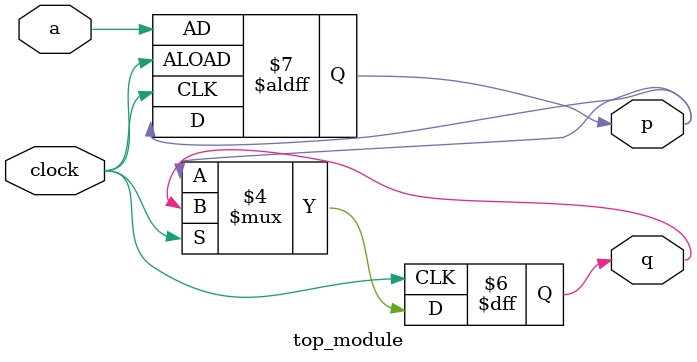
<source format=sv>
module top_module (
    input clock,
    input a, 
    output reg p,
    output reg q
);

    always @(posedge clock or negedge clock) begin
        if (clock) begin
            p <= a;
        end
    end

    always @(posedge clock or negedge clock) begin
        if (~clock) begin
            q <= p;
        end
    end
endmodule

</source>
